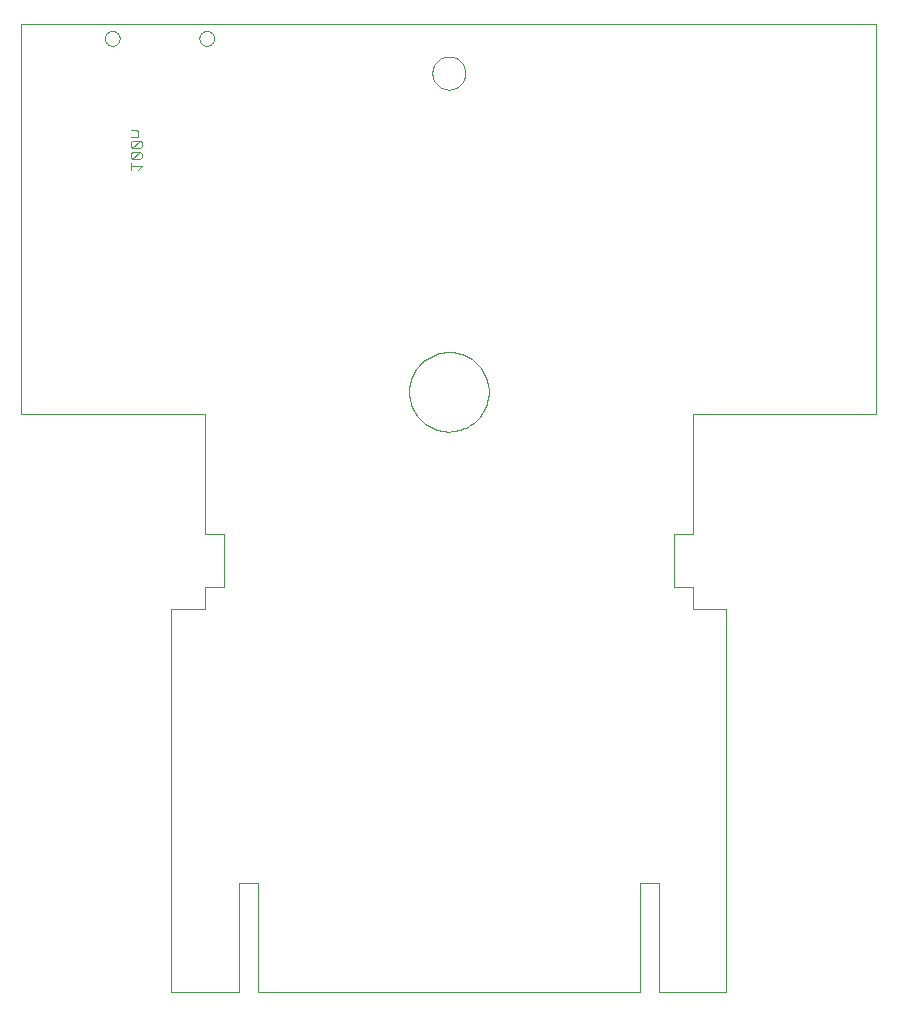
<source format=gbo>
G75*
%MOIN*%
%OFA0B0*%
%FSLAX24Y24*%
%IPPOS*%
%LPD*%
%AMOC8*
5,1,8,0,0,1.08239X$1,22.5*
%
%ADD10C,0.0000*%
%ADD11C,0.0030*%
D10*
X005180Y002550D02*
X007430Y002550D01*
X007430Y006175D01*
X008055Y006175D01*
X008055Y002550D01*
X020805Y002550D01*
X020805Y006175D01*
X021430Y006175D01*
X021430Y002550D01*
X023680Y002550D01*
X023680Y015300D01*
X022555Y015300D01*
X022555Y016050D01*
X021930Y016050D01*
X021930Y017800D01*
X022555Y017800D01*
X022555Y021800D01*
X028680Y021800D01*
X028680Y034800D01*
X000180Y034800D01*
X000180Y021800D01*
X006305Y021800D01*
X006305Y017800D01*
X006930Y017800D01*
X006930Y016050D01*
X006305Y016050D01*
X006305Y015300D01*
X005180Y015300D01*
X005180Y002550D01*
X013105Y022550D02*
X013107Y022622D01*
X013113Y022694D01*
X013123Y022766D01*
X013137Y022837D01*
X013154Y022907D01*
X013176Y022977D01*
X013201Y023044D01*
X013230Y023111D01*
X013262Y023176D01*
X013298Y023238D01*
X013337Y023299D01*
X013380Y023358D01*
X013425Y023414D01*
X013474Y023468D01*
X013526Y023518D01*
X013580Y023566D01*
X013637Y023611D01*
X013696Y023653D01*
X013757Y023691D01*
X013820Y023726D01*
X013886Y023758D01*
X013952Y023786D01*
X014021Y023810D01*
X014090Y023831D01*
X014160Y023847D01*
X014232Y023860D01*
X014304Y023869D01*
X014376Y023874D01*
X014448Y023875D01*
X014520Y023872D01*
X014592Y023865D01*
X014664Y023854D01*
X014735Y023839D01*
X014805Y023821D01*
X014874Y023798D01*
X014941Y023772D01*
X015007Y023743D01*
X015071Y023709D01*
X015134Y023673D01*
X015194Y023632D01*
X015252Y023589D01*
X015308Y023543D01*
X015360Y023493D01*
X015411Y023441D01*
X015458Y023386D01*
X015502Y023329D01*
X015543Y023269D01*
X015580Y023207D01*
X015615Y023143D01*
X015645Y023078D01*
X015672Y023011D01*
X015696Y022942D01*
X015715Y022872D01*
X015731Y022802D01*
X015743Y022730D01*
X015751Y022658D01*
X015755Y022586D01*
X015755Y022514D01*
X015751Y022442D01*
X015743Y022370D01*
X015731Y022298D01*
X015715Y022228D01*
X015696Y022158D01*
X015672Y022089D01*
X015645Y022022D01*
X015615Y021957D01*
X015580Y021893D01*
X015543Y021831D01*
X015502Y021771D01*
X015458Y021714D01*
X015411Y021659D01*
X015360Y021607D01*
X015308Y021557D01*
X015252Y021511D01*
X015194Y021468D01*
X015134Y021427D01*
X015071Y021391D01*
X015007Y021357D01*
X014941Y021328D01*
X014874Y021302D01*
X014805Y021279D01*
X014735Y021261D01*
X014664Y021246D01*
X014592Y021235D01*
X014520Y021228D01*
X014448Y021225D01*
X014376Y021226D01*
X014304Y021231D01*
X014232Y021240D01*
X014160Y021253D01*
X014090Y021269D01*
X014021Y021290D01*
X013952Y021314D01*
X013886Y021342D01*
X013820Y021374D01*
X013757Y021409D01*
X013696Y021447D01*
X013637Y021489D01*
X013580Y021534D01*
X013526Y021582D01*
X013474Y021632D01*
X013425Y021686D01*
X013380Y021742D01*
X013337Y021801D01*
X013298Y021862D01*
X013262Y021924D01*
X013230Y021989D01*
X013201Y022056D01*
X013176Y022123D01*
X013154Y022193D01*
X013137Y022263D01*
X013123Y022334D01*
X013113Y022406D01*
X013107Y022478D01*
X013105Y022550D01*
X013879Y033175D02*
X013881Y033222D01*
X013887Y033268D01*
X013897Y033314D01*
X013910Y033359D01*
X013928Y033402D01*
X013949Y033444D01*
X013973Y033484D01*
X014001Y033521D01*
X014032Y033556D01*
X014066Y033589D01*
X014102Y033618D01*
X014141Y033644D01*
X014182Y033667D01*
X014225Y033686D01*
X014269Y033702D01*
X014314Y033714D01*
X014360Y033722D01*
X014407Y033726D01*
X014453Y033726D01*
X014500Y033722D01*
X014546Y033714D01*
X014591Y033702D01*
X014635Y033686D01*
X014678Y033667D01*
X014719Y033644D01*
X014758Y033618D01*
X014794Y033589D01*
X014828Y033556D01*
X014859Y033521D01*
X014887Y033484D01*
X014911Y033444D01*
X014932Y033402D01*
X014950Y033359D01*
X014963Y033314D01*
X014973Y033268D01*
X014979Y033222D01*
X014981Y033175D01*
X014979Y033128D01*
X014973Y033082D01*
X014963Y033036D01*
X014950Y032991D01*
X014932Y032948D01*
X014911Y032906D01*
X014887Y032866D01*
X014859Y032829D01*
X014828Y032794D01*
X014794Y032761D01*
X014758Y032732D01*
X014719Y032706D01*
X014678Y032683D01*
X014635Y032664D01*
X014591Y032648D01*
X014546Y032636D01*
X014500Y032628D01*
X014453Y032624D01*
X014407Y032624D01*
X014360Y032628D01*
X014314Y032636D01*
X014269Y032648D01*
X014225Y032664D01*
X014182Y032683D01*
X014141Y032706D01*
X014102Y032732D01*
X014066Y032761D01*
X014032Y032794D01*
X014001Y032829D01*
X013973Y032866D01*
X013949Y032906D01*
X013928Y032948D01*
X013910Y032991D01*
X013897Y033036D01*
X013887Y033082D01*
X013881Y033128D01*
X013879Y033175D01*
X006113Y034330D02*
X006115Y034361D01*
X006121Y034391D01*
X006130Y034421D01*
X006143Y034449D01*
X006160Y034475D01*
X006180Y034498D01*
X006202Y034520D01*
X006227Y034538D01*
X006254Y034553D01*
X006283Y034564D01*
X006313Y034572D01*
X006344Y034576D01*
X006374Y034576D01*
X006405Y034572D01*
X006435Y034564D01*
X006464Y034553D01*
X006491Y034538D01*
X006516Y034520D01*
X006538Y034498D01*
X006558Y034475D01*
X006575Y034449D01*
X006588Y034421D01*
X006597Y034391D01*
X006603Y034361D01*
X006605Y034330D01*
X006603Y034299D01*
X006597Y034269D01*
X006588Y034239D01*
X006575Y034211D01*
X006558Y034185D01*
X006538Y034162D01*
X006516Y034140D01*
X006491Y034122D01*
X006464Y034107D01*
X006435Y034096D01*
X006405Y034088D01*
X006374Y034084D01*
X006344Y034084D01*
X006313Y034088D01*
X006283Y034096D01*
X006254Y034107D01*
X006227Y034122D01*
X006202Y034140D01*
X006180Y034162D01*
X006160Y034185D01*
X006143Y034211D01*
X006130Y034239D01*
X006121Y034269D01*
X006115Y034299D01*
X006113Y034330D01*
X002964Y034330D02*
X002966Y034361D01*
X002972Y034391D01*
X002981Y034421D01*
X002994Y034449D01*
X003011Y034475D01*
X003031Y034498D01*
X003053Y034520D01*
X003078Y034538D01*
X003105Y034553D01*
X003134Y034564D01*
X003164Y034572D01*
X003195Y034576D01*
X003225Y034576D01*
X003256Y034572D01*
X003286Y034564D01*
X003315Y034553D01*
X003342Y034538D01*
X003367Y034520D01*
X003389Y034498D01*
X003409Y034475D01*
X003426Y034449D01*
X003439Y034421D01*
X003448Y034391D01*
X003454Y034361D01*
X003456Y034330D01*
X003454Y034299D01*
X003448Y034269D01*
X003439Y034239D01*
X003426Y034211D01*
X003409Y034185D01*
X003389Y034162D01*
X003367Y034140D01*
X003342Y034122D01*
X003315Y034107D01*
X003286Y034096D01*
X003256Y034088D01*
X003225Y034084D01*
X003195Y034084D01*
X003164Y034088D01*
X003134Y034096D01*
X003105Y034107D01*
X003078Y034122D01*
X003053Y034140D01*
X003031Y034162D01*
X003011Y034185D01*
X002994Y034211D01*
X002981Y034239D01*
X002972Y034269D01*
X002966Y034299D01*
X002964Y034330D01*
D11*
X003820Y031292D02*
X004005Y031292D01*
X004067Y031230D01*
X004067Y031045D01*
X003820Y031045D01*
X003882Y030924D02*
X003820Y030862D01*
X003820Y030738D01*
X003882Y030677D01*
X004129Y030924D01*
X003882Y030924D01*
X004129Y030924D02*
X004190Y030862D01*
X004190Y030738D01*
X004129Y030677D01*
X003882Y030677D01*
X003882Y030555D02*
X003820Y030493D01*
X003820Y030370D01*
X003882Y030308D01*
X004129Y030555D01*
X003882Y030555D01*
X004129Y030555D02*
X004190Y030493D01*
X004190Y030370D01*
X004129Y030308D01*
X003882Y030308D01*
X003820Y030187D02*
X003820Y029940D01*
X003820Y030063D02*
X004190Y030063D01*
X004067Y029940D01*
M02*

</source>
